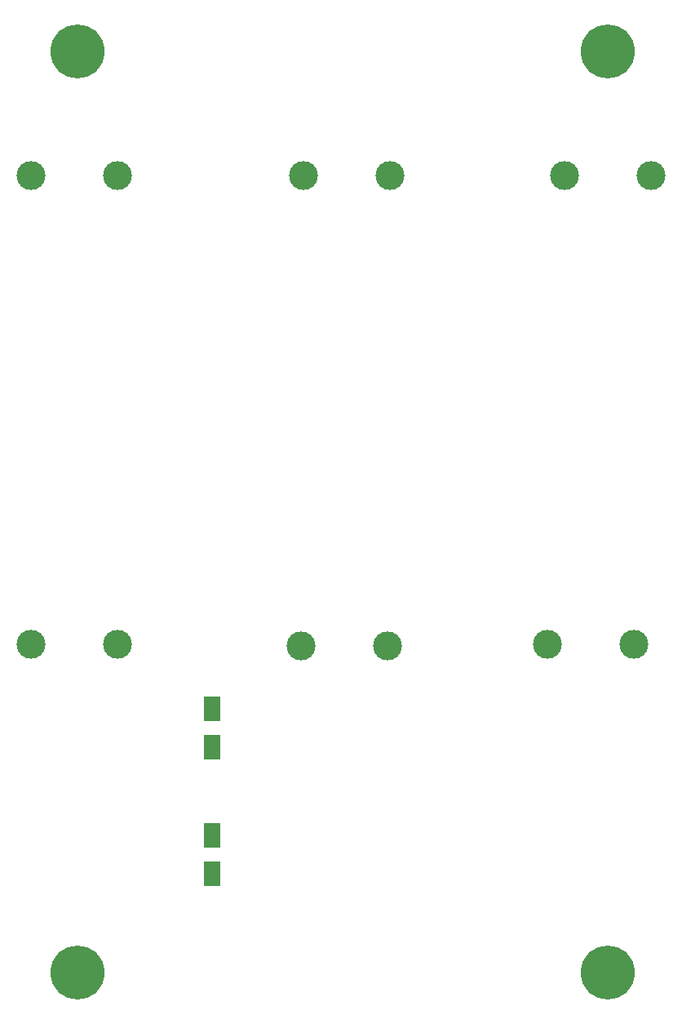
<source format=gts>
G04 #@! TF.GenerationSoftware,KiCad,Pcbnew,(6.0.5-0)*
G04 #@! TF.CreationDate,2023-03-07T01:19:39-05:00*
G04 #@! TF.ProjectId,solar-cell-pcbs-usbUPDATING,736f6c61-722d-4636-956c-6c2d70636273,3*
G04 #@! TF.SameCoordinates,Original*
G04 #@! TF.FileFunction,Soldermask,Top*
G04 #@! TF.FilePolarity,Negative*
%FSLAX46Y46*%
G04 Gerber Fmt 4.6, Leading zero omitted, Abs format (unit mm)*
G04 Created by KiCad (PCBNEW (6.0.5-0)) date 2023-03-07 01:19:39*
%MOMM*%
%LPD*%
G01*
G04 APERTURE LIST*
%ADD10C,5.600000*%
%ADD11C,3.000000*%
%ADD12R,1.700000X2.500000*%
G04 APERTURE END LIST*
D10*
X84600000Y-42750000D03*
D11*
X107768000Y-104348000D03*
X116768000Y-104348000D03*
X133300000Y-104200000D03*
X142300000Y-104200000D03*
D12*
X98500000Y-114900000D03*
X98500000Y-110900000D03*
D10*
X139600000Y-138250000D03*
D11*
X79700000Y-104200000D03*
X88700000Y-104200000D03*
X135100000Y-55580000D03*
X144100000Y-55580000D03*
D12*
X98500000Y-124000000D03*
X98500000Y-128000000D03*
D10*
X84600000Y-138250000D03*
D11*
X79700000Y-55580000D03*
X88700000Y-55580000D03*
D10*
X139600000Y-42750000D03*
D11*
X108000000Y-55580000D03*
X117000000Y-55580000D03*
M02*

</source>
